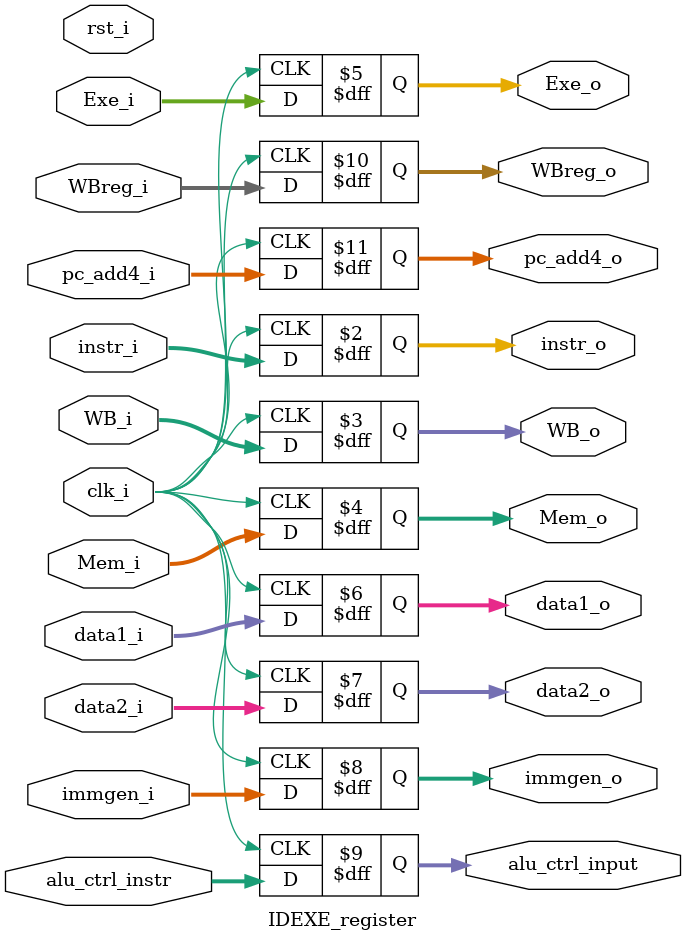
<source format=v>
`timescale 1ns/1ps
module IDEXE_register (
    input clk_i,
    input rst_i,
    input [31:0] instr_i,
    input [2:0] WB_i,
    input [1:0] Mem_i   ,
    input [2:0] Exe_i,
    input [31:0] data1_i,
    input [31:0] data2_i,
    input [31:0] immgen_i,
    input [3:0] alu_ctrl_instr,
    input [4:0] WBreg_i,
    input [31:0] pc_add4_i,

    output reg [31:0] instr_o,
    output reg [2:0] WB_o,
    output reg [1:0] Mem_o,
    output reg [2:0] Exe_o,
    output reg [31:0] data1_o,
    output reg [31:0] data2_o,
    output reg [31:0] immgen_o,
    output reg [3:0] alu_ctrl_input,
    output reg [4:0] WBreg_o,
    output reg [31:0] pc_add4_o
);
/* Write your code HERE */
always @(posedge clk_i) begin
    instr_o <= instr_i;
    WB_o <= WB_i;
    Mem_o <= Mem_i;
    Exe_o <= Exe_i;
    data1_o <= data1_i;
    data2_o <= data2_i;
    immgen_o <= immgen_i;
    alu_ctrl_input <= alu_ctrl_instr;
    WBreg_o <= WBreg_i;
    pc_add4_o <= pc_add4_i;
end
endmodule

</source>
